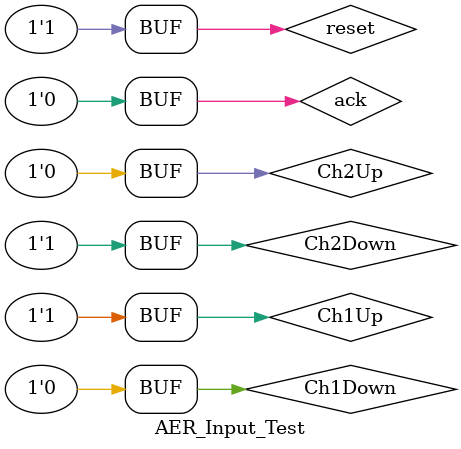
<source format=v>
`timescale 1ns / 1ps


module AER_Input_Test;

	// Inputs
	reg Ch1Up;
	reg Ch1Down;
	reg Ch2Up;
	reg Ch2Down;
	reg ack;
	reg reset;

	// Outputs
	wire bit0;
	wire bit1;

	// Instantiate the Unit Under Test (UUT)
	AER_Input uut (
		.Ch1Up(Ch1Up), 
		.Ch1Down(Ch1Down), 
		.Ch2Up(Ch2Up), 
		.Ch2Down(Ch2Down), 
		.ack(ack), 
		.reset(reset), 
		.bit0(bit0), 
		.bit1(bit1)
	);

	initial begin
		// Initialize Inputs
		Ch1Up = 0;
		Ch1Down = 0;
		Ch2Up = 0;
		Ch2Down = 0;
		ack = 0;
		reset = 0;

		// Wait 100 ns for global reset to finish
		#100;
		reset = 1;
		Ch1Up = 1;
		#10;
		Ch2Down = 1;
		#100;
		
		ack = 1;
		#10;
		ack = 0;
		#10;
		Ch1Up = 0;
		ack = 1;
		#10;
		ack = 0;
		#10;
		Ch2Down = 0;
		ack = 1;
		#10;
		ack = 0;
		#10;
		
		ack = 1;
		#10;
		ack = 0;
		#10;
		
		ack = 1;
		#10;
		ack = 0;
		#10;
		
		ack = 1;
		#10;
		ack = 0;
		#10;
		
		ack = 1;
		#10;
		ack = 0;
		#10;
		
		ack = 1;
		#10;
		ack = 0;
		#10;
		
		ack = 1;
		#10;
		ack = 0;
		#10;
		
		ack = 1;
		#10;
		ack = 0;
		#10;
		
		ack = 1;
		#10;
		ack = 0;
		#10;
		
		ack = 1;
		#10;
		ack = 0;
		#10;
		
		ack = 1;
		#10;
		ack = 0;
		#10;
		
		ack = 1;
		#10;
		ack = 0;
		#10;
		
		ack = 1;
		#10;
		ack = 0;
		#10;
		
		ack = 1;
		#10;
		ack = 0;
		#10;
		
		ack = 1;
		#10;
		ack = 0;
		#10;
		
		ack = 1;
		#10;
		ack = 0;
		#10;
		
		
			Ch1Up = 1;
		#10;
		Ch2Down = 1;
		#100;
		
		ack = 1;
		#10;
		ack = 0;
		#10;
		Ch2Up = 0;
		ack = 1;
		#10;
		ack = 0;
		#10;
		Ch1Down = 0;
		
		
			#10;
		ack = 0;
		#10;
		
		ack = 1;
		#10;
		ack = 0;
		#10;
		
		ack = 1;
		#10;
		ack = 0;
		#10;
		
		ack = 1;
		#10;
		ack = 0;
		#10;
		
		ack = 1;
		#10;
		ack = 0;
		#10;
		
		ack = 1;
		#10;
		ack = 0;
		#10;
		
		ack = 1;
		#10;
		ack = 0;
		#10;
		
		ack = 1;
		#10;
		ack = 0;
		#10;
		
		ack = 1;
		#10;
		ack = 0;
		#10;
		
		ack = 1;
		#10;
		ack = 0;
		#10;
		
		ack = 1;
		#10;
		ack = 0;
		#10;
		
		ack = 1;
		#10;
		ack = 0;
		#10;
		
		ack = 1;
		#10;
		ack = 0;
		#10;
		
		ack = 1;
		#10;
		ack = 0;
		#10;
		
		ack = 1;
		#10;
		ack = 0;
		#10;
		
		ack = 1;
		#10;
		ack = 0;
		#10;
        
		// Add stimulus here

	end
      
endmodule


</source>
